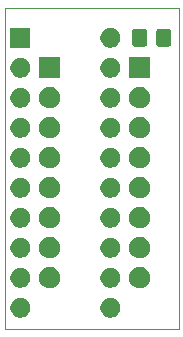
<source format=gbr>
G04 #@! TF.GenerationSoftware,KiCad,Pcbnew,(5.1.5)-3*
G04 #@! TF.CreationDate,2020-09-11T10:56:43+02:00*
G04 #@! TF.ProjectId,mmu_16v8,6d6d755f-3136-4763-982e-6b696361645f,rev?*
G04 #@! TF.SameCoordinates,Original*
G04 #@! TF.FileFunction,Soldermask,Top*
G04 #@! TF.FilePolarity,Negative*
%FSLAX46Y46*%
G04 Gerber Fmt 4.6, Leading zero omitted, Abs format (unit mm)*
G04 Created by KiCad (PCBNEW (5.1.5)-3) date 2020-09-11 10:56:43*
%MOMM*%
%LPD*%
G04 APERTURE LIST*
%ADD10C,0.050000*%
%ADD11C,0.100000*%
G04 APERTURE END LIST*
D10*
X140208000Y-69088000D02*
X140208000Y-41910000D01*
X154940000Y-69088000D02*
X140208000Y-69088000D01*
X154940000Y-41910000D02*
X154940000Y-69088000D01*
X140208000Y-41910000D02*
X154940000Y-41910000D01*
D11*
G36*
X149409728Y-66491703D02*
G01*
X149564600Y-66555853D01*
X149703981Y-66648985D01*
X149822515Y-66767519D01*
X149915647Y-66906900D01*
X149979797Y-67061772D01*
X150012500Y-67226184D01*
X150012500Y-67393816D01*
X149979797Y-67558228D01*
X149915647Y-67713100D01*
X149822515Y-67852481D01*
X149703981Y-67971015D01*
X149564600Y-68064147D01*
X149409728Y-68128297D01*
X149245316Y-68161000D01*
X149077684Y-68161000D01*
X148913272Y-68128297D01*
X148758400Y-68064147D01*
X148619019Y-67971015D01*
X148500485Y-67852481D01*
X148407353Y-67713100D01*
X148343203Y-67558228D01*
X148310500Y-67393816D01*
X148310500Y-67226184D01*
X148343203Y-67061772D01*
X148407353Y-66906900D01*
X148500485Y-66767519D01*
X148619019Y-66648985D01*
X148758400Y-66555853D01*
X148913272Y-66491703D01*
X149077684Y-66459000D01*
X149245316Y-66459000D01*
X149409728Y-66491703D01*
G37*
G36*
X141789728Y-66491703D02*
G01*
X141944600Y-66555853D01*
X142083981Y-66648985D01*
X142202515Y-66767519D01*
X142295647Y-66906900D01*
X142359797Y-67061772D01*
X142392500Y-67226184D01*
X142392500Y-67393816D01*
X142359797Y-67558228D01*
X142295647Y-67713100D01*
X142202515Y-67852481D01*
X142083981Y-67971015D01*
X141944600Y-68064147D01*
X141789728Y-68128297D01*
X141625316Y-68161000D01*
X141457684Y-68161000D01*
X141293272Y-68128297D01*
X141138400Y-68064147D01*
X140999019Y-67971015D01*
X140880485Y-67852481D01*
X140787353Y-67713100D01*
X140723203Y-67558228D01*
X140690500Y-67393816D01*
X140690500Y-67226184D01*
X140723203Y-67061772D01*
X140787353Y-66906900D01*
X140880485Y-66767519D01*
X140999019Y-66648985D01*
X141138400Y-66555853D01*
X141293272Y-66491703D01*
X141457684Y-66459000D01*
X141625316Y-66459000D01*
X141789728Y-66491703D01*
G37*
G36*
X144131512Y-63873927D02*
G01*
X144280812Y-63903624D01*
X144444784Y-63971544D01*
X144592354Y-64070147D01*
X144717853Y-64195646D01*
X144816456Y-64343216D01*
X144884376Y-64507188D01*
X144919000Y-64681259D01*
X144919000Y-64858741D01*
X144884376Y-65032812D01*
X144816456Y-65196784D01*
X144717853Y-65344354D01*
X144592354Y-65469853D01*
X144444784Y-65568456D01*
X144280812Y-65636376D01*
X144131512Y-65666073D01*
X144106742Y-65671000D01*
X143929258Y-65671000D01*
X143904488Y-65666073D01*
X143755188Y-65636376D01*
X143591216Y-65568456D01*
X143443646Y-65469853D01*
X143318147Y-65344354D01*
X143219544Y-65196784D01*
X143151624Y-65032812D01*
X143117000Y-64858741D01*
X143117000Y-64681259D01*
X143151624Y-64507188D01*
X143219544Y-64343216D01*
X143318147Y-64195646D01*
X143443646Y-64070147D01*
X143591216Y-63971544D01*
X143755188Y-63903624D01*
X143904488Y-63873927D01*
X143929258Y-63869000D01*
X144106742Y-63869000D01*
X144131512Y-63873927D01*
G37*
G36*
X151751512Y-63873927D02*
G01*
X151900812Y-63903624D01*
X152064784Y-63971544D01*
X152212354Y-64070147D01*
X152337853Y-64195646D01*
X152436456Y-64343216D01*
X152504376Y-64507188D01*
X152539000Y-64681259D01*
X152539000Y-64858741D01*
X152504376Y-65032812D01*
X152436456Y-65196784D01*
X152337853Y-65344354D01*
X152212354Y-65469853D01*
X152064784Y-65568456D01*
X151900812Y-65636376D01*
X151751512Y-65666073D01*
X151726742Y-65671000D01*
X151549258Y-65671000D01*
X151524488Y-65666073D01*
X151375188Y-65636376D01*
X151211216Y-65568456D01*
X151063646Y-65469853D01*
X150938147Y-65344354D01*
X150839544Y-65196784D01*
X150771624Y-65032812D01*
X150737000Y-64858741D01*
X150737000Y-64681259D01*
X150771624Y-64507188D01*
X150839544Y-64343216D01*
X150938147Y-64195646D01*
X151063646Y-64070147D01*
X151211216Y-63971544D01*
X151375188Y-63903624D01*
X151524488Y-63873927D01*
X151549258Y-63869000D01*
X151726742Y-63869000D01*
X151751512Y-63873927D01*
G37*
G36*
X141789728Y-63951703D02*
G01*
X141944600Y-64015853D01*
X142083981Y-64108985D01*
X142202515Y-64227519D01*
X142295647Y-64366900D01*
X142359797Y-64521772D01*
X142392500Y-64686184D01*
X142392500Y-64853816D01*
X142359797Y-65018228D01*
X142295647Y-65173100D01*
X142202515Y-65312481D01*
X142083981Y-65431015D01*
X141944600Y-65524147D01*
X141789728Y-65588297D01*
X141625316Y-65621000D01*
X141457684Y-65621000D01*
X141293272Y-65588297D01*
X141138400Y-65524147D01*
X140999019Y-65431015D01*
X140880485Y-65312481D01*
X140787353Y-65173100D01*
X140723203Y-65018228D01*
X140690500Y-64853816D01*
X140690500Y-64686184D01*
X140723203Y-64521772D01*
X140787353Y-64366900D01*
X140880485Y-64227519D01*
X140999019Y-64108985D01*
X141138400Y-64015853D01*
X141293272Y-63951703D01*
X141457684Y-63919000D01*
X141625316Y-63919000D01*
X141789728Y-63951703D01*
G37*
G36*
X149409728Y-63951703D02*
G01*
X149564600Y-64015853D01*
X149703981Y-64108985D01*
X149822515Y-64227519D01*
X149915647Y-64366900D01*
X149979797Y-64521772D01*
X150012500Y-64686184D01*
X150012500Y-64853816D01*
X149979797Y-65018228D01*
X149915647Y-65173100D01*
X149822515Y-65312481D01*
X149703981Y-65431015D01*
X149564600Y-65524147D01*
X149409728Y-65588297D01*
X149245316Y-65621000D01*
X149077684Y-65621000D01*
X148913272Y-65588297D01*
X148758400Y-65524147D01*
X148619019Y-65431015D01*
X148500485Y-65312481D01*
X148407353Y-65173100D01*
X148343203Y-65018228D01*
X148310500Y-64853816D01*
X148310500Y-64686184D01*
X148343203Y-64521772D01*
X148407353Y-64366900D01*
X148500485Y-64227519D01*
X148619019Y-64108985D01*
X148758400Y-64015853D01*
X148913272Y-63951703D01*
X149077684Y-63919000D01*
X149245316Y-63919000D01*
X149409728Y-63951703D01*
G37*
G36*
X144131512Y-61333927D02*
G01*
X144280812Y-61363624D01*
X144444784Y-61431544D01*
X144592354Y-61530147D01*
X144717853Y-61655646D01*
X144816456Y-61803216D01*
X144884376Y-61967188D01*
X144919000Y-62141259D01*
X144919000Y-62318741D01*
X144884376Y-62492812D01*
X144816456Y-62656784D01*
X144717853Y-62804354D01*
X144592354Y-62929853D01*
X144444784Y-63028456D01*
X144280812Y-63096376D01*
X144131512Y-63126073D01*
X144106742Y-63131000D01*
X143929258Y-63131000D01*
X143904488Y-63126073D01*
X143755188Y-63096376D01*
X143591216Y-63028456D01*
X143443646Y-62929853D01*
X143318147Y-62804354D01*
X143219544Y-62656784D01*
X143151624Y-62492812D01*
X143117000Y-62318741D01*
X143117000Y-62141259D01*
X143151624Y-61967188D01*
X143219544Y-61803216D01*
X143318147Y-61655646D01*
X143443646Y-61530147D01*
X143591216Y-61431544D01*
X143755188Y-61363624D01*
X143904488Y-61333927D01*
X143929258Y-61329000D01*
X144106742Y-61329000D01*
X144131512Y-61333927D01*
G37*
G36*
X151751512Y-61333927D02*
G01*
X151900812Y-61363624D01*
X152064784Y-61431544D01*
X152212354Y-61530147D01*
X152337853Y-61655646D01*
X152436456Y-61803216D01*
X152504376Y-61967188D01*
X152539000Y-62141259D01*
X152539000Y-62318741D01*
X152504376Y-62492812D01*
X152436456Y-62656784D01*
X152337853Y-62804354D01*
X152212354Y-62929853D01*
X152064784Y-63028456D01*
X151900812Y-63096376D01*
X151751512Y-63126073D01*
X151726742Y-63131000D01*
X151549258Y-63131000D01*
X151524488Y-63126073D01*
X151375188Y-63096376D01*
X151211216Y-63028456D01*
X151063646Y-62929853D01*
X150938147Y-62804354D01*
X150839544Y-62656784D01*
X150771624Y-62492812D01*
X150737000Y-62318741D01*
X150737000Y-62141259D01*
X150771624Y-61967188D01*
X150839544Y-61803216D01*
X150938147Y-61655646D01*
X151063646Y-61530147D01*
X151211216Y-61431544D01*
X151375188Y-61363624D01*
X151524488Y-61333927D01*
X151549258Y-61329000D01*
X151726742Y-61329000D01*
X151751512Y-61333927D01*
G37*
G36*
X149409728Y-61411703D02*
G01*
X149564600Y-61475853D01*
X149703981Y-61568985D01*
X149822515Y-61687519D01*
X149915647Y-61826900D01*
X149979797Y-61981772D01*
X150012500Y-62146184D01*
X150012500Y-62313816D01*
X149979797Y-62478228D01*
X149915647Y-62633100D01*
X149822515Y-62772481D01*
X149703981Y-62891015D01*
X149564600Y-62984147D01*
X149409728Y-63048297D01*
X149245316Y-63081000D01*
X149077684Y-63081000D01*
X148913272Y-63048297D01*
X148758400Y-62984147D01*
X148619019Y-62891015D01*
X148500485Y-62772481D01*
X148407353Y-62633100D01*
X148343203Y-62478228D01*
X148310500Y-62313816D01*
X148310500Y-62146184D01*
X148343203Y-61981772D01*
X148407353Y-61826900D01*
X148500485Y-61687519D01*
X148619019Y-61568985D01*
X148758400Y-61475853D01*
X148913272Y-61411703D01*
X149077684Y-61379000D01*
X149245316Y-61379000D01*
X149409728Y-61411703D01*
G37*
G36*
X141789728Y-61411703D02*
G01*
X141944600Y-61475853D01*
X142083981Y-61568985D01*
X142202515Y-61687519D01*
X142295647Y-61826900D01*
X142359797Y-61981772D01*
X142392500Y-62146184D01*
X142392500Y-62313816D01*
X142359797Y-62478228D01*
X142295647Y-62633100D01*
X142202515Y-62772481D01*
X142083981Y-62891015D01*
X141944600Y-62984147D01*
X141789728Y-63048297D01*
X141625316Y-63081000D01*
X141457684Y-63081000D01*
X141293272Y-63048297D01*
X141138400Y-62984147D01*
X140999019Y-62891015D01*
X140880485Y-62772481D01*
X140787353Y-62633100D01*
X140723203Y-62478228D01*
X140690500Y-62313816D01*
X140690500Y-62146184D01*
X140723203Y-61981772D01*
X140787353Y-61826900D01*
X140880485Y-61687519D01*
X140999019Y-61568985D01*
X141138400Y-61475853D01*
X141293272Y-61411703D01*
X141457684Y-61379000D01*
X141625316Y-61379000D01*
X141789728Y-61411703D01*
G37*
G36*
X144131512Y-58793927D02*
G01*
X144280812Y-58823624D01*
X144444784Y-58891544D01*
X144592354Y-58990147D01*
X144717853Y-59115646D01*
X144816456Y-59263216D01*
X144884376Y-59427188D01*
X144919000Y-59601259D01*
X144919000Y-59778741D01*
X144884376Y-59952812D01*
X144816456Y-60116784D01*
X144717853Y-60264354D01*
X144592354Y-60389853D01*
X144444784Y-60488456D01*
X144280812Y-60556376D01*
X144131512Y-60586073D01*
X144106742Y-60591000D01*
X143929258Y-60591000D01*
X143904488Y-60586073D01*
X143755188Y-60556376D01*
X143591216Y-60488456D01*
X143443646Y-60389853D01*
X143318147Y-60264354D01*
X143219544Y-60116784D01*
X143151624Y-59952812D01*
X143117000Y-59778741D01*
X143117000Y-59601259D01*
X143151624Y-59427188D01*
X143219544Y-59263216D01*
X143318147Y-59115646D01*
X143443646Y-58990147D01*
X143591216Y-58891544D01*
X143755188Y-58823624D01*
X143904488Y-58793927D01*
X143929258Y-58789000D01*
X144106742Y-58789000D01*
X144131512Y-58793927D01*
G37*
G36*
X151751512Y-58793927D02*
G01*
X151900812Y-58823624D01*
X152064784Y-58891544D01*
X152212354Y-58990147D01*
X152337853Y-59115646D01*
X152436456Y-59263216D01*
X152504376Y-59427188D01*
X152539000Y-59601259D01*
X152539000Y-59778741D01*
X152504376Y-59952812D01*
X152436456Y-60116784D01*
X152337853Y-60264354D01*
X152212354Y-60389853D01*
X152064784Y-60488456D01*
X151900812Y-60556376D01*
X151751512Y-60586073D01*
X151726742Y-60591000D01*
X151549258Y-60591000D01*
X151524488Y-60586073D01*
X151375188Y-60556376D01*
X151211216Y-60488456D01*
X151063646Y-60389853D01*
X150938147Y-60264354D01*
X150839544Y-60116784D01*
X150771624Y-59952812D01*
X150737000Y-59778741D01*
X150737000Y-59601259D01*
X150771624Y-59427188D01*
X150839544Y-59263216D01*
X150938147Y-59115646D01*
X151063646Y-58990147D01*
X151211216Y-58891544D01*
X151375188Y-58823624D01*
X151524488Y-58793927D01*
X151549258Y-58789000D01*
X151726742Y-58789000D01*
X151751512Y-58793927D01*
G37*
G36*
X149409728Y-58871703D02*
G01*
X149564600Y-58935853D01*
X149703981Y-59028985D01*
X149822515Y-59147519D01*
X149915647Y-59286900D01*
X149979797Y-59441772D01*
X150012500Y-59606184D01*
X150012500Y-59773816D01*
X149979797Y-59938228D01*
X149915647Y-60093100D01*
X149822515Y-60232481D01*
X149703981Y-60351015D01*
X149564600Y-60444147D01*
X149409728Y-60508297D01*
X149245316Y-60541000D01*
X149077684Y-60541000D01*
X148913272Y-60508297D01*
X148758400Y-60444147D01*
X148619019Y-60351015D01*
X148500485Y-60232481D01*
X148407353Y-60093100D01*
X148343203Y-59938228D01*
X148310500Y-59773816D01*
X148310500Y-59606184D01*
X148343203Y-59441772D01*
X148407353Y-59286900D01*
X148500485Y-59147519D01*
X148619019Y-59028985D01*
X148758400Y-58935853D01*
X148913272Y-58871703D01*
X149077684Y-58839000D01*
X149245316Y-58839000D01*
X149409728Y-58871703D01*
G37*
G36*
X141789728Y-58871703D02*
G01*
X141944600Y-58935853D01*
X142083981Y-59028985D01*
X142202515Y-59147519D01*
X142295647Y-59286900D01*
X142359797Y-59441772D01*
X142392500Y-59606184D01*
X142392500Y-59773816D01*
X142359797Y-59938228D01*
X142295647Y-60093100D01*
X142202515Y-60232481D01*
X142083981Y-60351015D01*
X141944600Y-60444147D01*
X141789728Y-60508297D01*
X141625316Y-60541000D01*
X141457684Y-60541000D01*
X141293272Y-60508297D01*
X141138400Y-60444147D01*
X140999019Y-60351015D01*
X140880485Y-60232481D01*
X140787353Y-60093100D01*
X140723203Y-59938228D01*
X140690500Y-59773816D01*
X140690500Y-59606184D01*
X140723203Y-59441772D01*
X140787353Y-59286900D01*
X140880485Y-59147519D01*
X140999019Y-59028985D01*
X141138400Y-58935853D01*
X141293272Y-58871703D01*
X141457684Y-58839000D01*
X141625316Y-58839000D01*
X141789728Y-58871703D01*
G37*
G36*
X144131512Y-56253927D02*
G01*
X144280812Y-56283624D01*
X144444784Y-56351544D01*
X144592354Y-56450147D01*
X144717853Y-56575646D01*
X144816456Y-56723216D01*
X144884376Y-56887188D01*
X144919000Y-57061259D01*
X144919000Y-57238741D01*
X144884376Y-57412812D01*
X144816456Y-57576784D01*
X144717853Y-57724354D01*
X144592354Y-57849853D01*
X144444784Y-57948456D01*
X144280812Y-58016376D01*
X144131512Y-58046073D01*
X144106742Y-58051000D01*
X143929258Y-58051000D01*
X143904488Y-58046073D01*
X143755188Y-58016376D01*
X143591216Y-57948456D01*
X143443646Y-57849853D01*
X143318147Y-57724354D01*
X143219544Y-57576784D01*
X143151624Y-57412812D01*
X143117000Y-57238741D01*
X143117000Y-57061259D01*
X143151624Y-56887188D01*
X143219544Y-56723216D01*
X143318147Y-56575646D01*
X143443646Y-56450147D01*
X143591216Y-56351544D01*
X143755188Y-56283624D01*
X143904488Y-56253927D01*
X143929258Y-56249000D01*
X144106742Y-56249000D01*
X144131512Y-56253927D01*
G37*
G36*
X151751512Y-56253927D02*
G01*
X151900812Y-56283624D01*
X152064784Y-56351544D01*
X152212354Y-56450147D01*
X152337853Y-56575646D01*
X152436456Y-56723216D01*
X152504376Y-56887188D01*
X152539000Y-57061259D01*
X152539000Y-57238741D01*
X152504376Y-57412812D01*
X152436456Y-57576784D01*
X152337853Y-57724354D01*
X152212354Y-57849853D01*
X152064784Y-57948456D01*
X151900812Y-58016376D01*
X151751512Y-58046073D01*
X151726742Y-58051000D01*
X151549258Y-58051000D01*
X151524488Y-58046073D01*
X151375188Y-58016376D01*
X151211216Y-57948456D01*
X151063646Y-57849853D01*
X150938147Y-57724354D01*
X150839544Y-57576784D01*
X150771624Y-57412812D01*
X150737000Y-57238741D01*
X150737000Y-57061259D01*
X150771624Y-56887188D01*
X150839544Y-56723216D01*
X150938147Y-56575646D01*
X151063646Y-56450147D01*
X151211216Y-56351544D01*
X151375188Y-56283624D01*
X151524488Y-56253927D01*
X151549258Y-56249000D01*
X151726742Y-56249000D01*
X151751512Y-56253927D01*
G37*
G36*
X149409728Y-56331703D02*
G01*
X149564600Y-56395853D01*
X149703981Y-56488985D01*
X149822515Y-56607519D01*
X149915647Y-56746900D01*
X149979797Y-56901772D01*
X150012500Y-57066184D01*
X150012500Y-57233816D01*
X149979797Y-57398228D01*
X149915647Y-57553100D01*
X149822515Y-57692481D01*
X149703981Y-57811015D01*
X149564600Y-57904147D01*
X149409728Y-57968297D01*
X149245316Y-58001000D01*
X149077684Y-58001000D01*
X148913272Y-57968297D01*
X148758400Y-57904147D01*
X148619019Y-57811015D01*
X148500485Y-57692481D01*
X148407353Y-57553100D01*
X148343203Y-57398228D01*
X148310500Y-57233816D01*
X148310500Y-57066184D01*
X148343203Y-56901772D01*
X148407353Y-56746900D01*
X148500485Y-56607519D01*
X148619019Y-56488985D01*
X148758400Y-56395853D01*
X148913272Y-56331703D01*
X149077684Y-56299000D01*
X149245316Y-56299000D01*
X149409728Y-56331703D01*
G37*
G36*
X141789728Y-56331703D02*
G01*
X141944600Y-56395853D01*
X142083981Y-56488985D01*
X142202515Y-56607519D01*
X142295647Y-56746900D01*
X142359797Y-56901772D01*
X142392500Y-57066184D01*
X142392500Y-57233816D01*
X142359797Y-57398228D01*
X142295647Y-57553100D01*
X142202515Y-57692481D01*
X142083981Y-57811015D01*
X141944600Y-57904147D01*
X141789728Y-57968297D01*
X141625316Y-58001000D01*
X141457684Y-58001000D01*
X141293272Y-57968297D01*
X141138400Y-57904147D01*
X140999019Y-57811015D01*
X140880485Y-57692481D01*
X140787353Y-57553100D01*
X140723203Y-57398228D01*
X140690500Y-57233816D01*
X140690500Y-57066184D01*
X140723203Y-56901772D01*
X140787353Y-56746900D01*
X140880485Y-56607519D01*
X140999019Y-56488985D01*
X141138400Y-56395853D01*
X141293272Y-56331703D01*
X141457684Y-56299000D01*
X141625316Y-56299000D01*
X141789728Y-56331703D01*
G37*
G36*
X151751512Y-53713927D02*
G01*
X151900812Y-53743624D01*
X152064784Y-53811544D01*
X152212354Y-53910147D01*
X152337853Y-54035646D01*
X152436456Y-54183216D01*
X152504376Y-54347188D01*
X152539000Y-54521259D01*
X152539000Y-54698741D01*
X152504376Y-54872812D01*
X152436456Y-55036784D01*
X152337853Y-55184354D01*
X152212354Y-55309853D01*
X152064784Y-55408456D01*
X151900812Y-55476376D01*
X151751512Y-55506073D01*
X151726742Y-55511000D01*
X151549258Y-55511000D01*
X151524488Y-55506073D01*
X151375188Y-55476376D01*
X151211216Y-55408456D01*
X151063646Y-55309853D01*
X150938147Y-55184354D01*
X150839544Y-55036784D01*
X150771624Y-54872812D01*
X150737000Y-54698741D01*
X150737000Y-54521259D01*
X150771624Y-54347188D01*
X150839544Y-54183216D01*
X150938147Y-54035646D01*
X151063646Y-53910147D01*
X151211216Y-53811544D01*
X151375188Y-53743624D01*
X151524488Y-53713927D01*
X151549258Y-53709000D01*
X151726742Y-53709000D01*
X151751512Y-53713927D01*
G37*
G36*
X144131512Y-53713927D02*
G01*
X144280812Y-53743624D01*
X144444784Y-53811544D01*
X144592354Y-53910147D01*
X144717853Y-54035646D01*
X144816456Y-54183216D01*
X144884376Y-54347188D01*
X144919000Y-54521259D01*
X144919000Y-54698741D01*
X144884376Y-54872812D01*
X144816456Y-55036784D01*
X144717853Y-55184354D01*
X144592354Y-55309853D01*
X144444784Y-55408456D01*
X144280812Y-55476376D01*
X144131512Y-55506073D01*
X144106742Y-55511000D01*
X143929258Y-55511000D01*
X143904488Y-55506073D01*
X143755188Y-55476376D01*
X143591216Y-55408456D01*
X143443646Y-55309853D01*
X143318147Y-55184354D01*
X143219544Y-55036784D01*
X143151624Y-54872812D01*
X143117000Y-54698741D01*
X143117000Y-54521259D01*
X143151624Y-54347188D01*
X143219544Y-54183216D01*
X143318147Y-54035646D01*
X143443646Y-53910147D01*
X143591216Y-53811544D01*
X143755188Y-53743624D01*
X143904488Y-53713927D01*
X143929258Y-53709000D01*
X144106742Y-53709000D01*
X144131512Y-53713927D01*
G37*
G36*
X141789728Y-53791703D02*
G01*
X141944600Y-53855853D01*
X142083981Y-53948985D01*
X142202515Y-54067519D01*
X142295647Y-54206900D01*
X142359797Y-54361772D01*
X142392500Y-54526184D01*
X142392500Y-54693816D01*
X142359797Y-54858228D01*
X142295647Y-55013100D01*
X142202515Y-55152481D01*
X142083981Y-55271015D01*
X141944600Y-55364147D01*
X141789728Y-55428297D01*
X141625316Y-55461000D01*
X141457684Y-55461000D01*
X141293272Y-55428297D01*
X141138400Y-55364147D01*
X140999019Y-55271015D01*
X140880485Y-55152481D01*
X140787353Y-55013100D01*
X140723203Y-54858228D01*
X140690500Y-54693816D01*
X140690500Y-54526184D01*
X140723203Y-54361772D01*
X140787353Y-54206900D01*
X140880485Y-54067519D01*
X140999019Y-53948985D01*
X141138400Y-53855853D01*
X141293272Y-53791703D01*
X141457684Y-53759000D01*
X141625316Y-53759000D01*
X141789728Y-53791703D01*
G37*
G36*
X149409728Y-53791703D02*
G01*
X149564600Y-53855853D01*
X149703981Y-53948985D01*
X149822515Y-54067519D01*
X149915647Y-54206900D01*
X149979797Y-54361772D01*
X150012500Y-54526184D01*
X150012500Y-54693816D01*
X149979797Y-54858228D01*
X149915647Y-55013100D01*
X149822515Y-55152481D01*
X149703981Y-55271015D01*
X149564600Y-55364147D01*
X149409728Y-55428297D01*
X149245316Y-55461000D01*
X149077684Y-55461000D01*
X148913272Y-55428297D01*
X148758400Y-55364147D01*
X148619019Y-55271015D01*
X148500485Y-55152481D01*
X148407353Y-55013100D01*
X148343203Y-54858228D01*
X148310500Y-54693816D01*
X148310500Y-54526184D01*
X148343203Y-54361772D01*
X148407353Y-54206900D01*
X148500485Y-54067519D01*
X148619019Y-53948985D01*
X148758400Y-53855853D01*
X148913272Y-53791703D01*
X149077684Y-53759000D01*
X149245316Y-53759000D01*
X149409728Y-53791703D01*
G37*
G36*
X144131512Y-51173927D02*
G01*
X144280812Y-51203624D01*
X144444784Y-51271544D01*
X144592354Y-51370147D01*
X144717853Y-51495646D01*
X144816456Y-51643216D01*
X144884376Y-51807188D01*
X144919000Y-51981259D01*
X144919000Y-52158741D01*
X144884376Y-52332812D01*
X144816456Y-52496784D01*
X144717853Y-52644354D01*
X144592354Y-52769853D01*
X144444784Y-52868456D01*
X144280812Y-52936376D01*
X144131512Y-52966073D01*
X144106742Y-52971000D01*
X143929258Y-52971000D01*
X143904488Y-52966073D01*
X143755188Y-52936376D01*
X143591216Y-52868456D01*
X143443646Y-52769853D01*
X143318147Y-52644354D01*
X143219544Y-52496784D01*
X143151624Y-52332812D01*
X143117000Y-52158741D01*
X143117000Y-51981259D01*
X143151624Y-51807188D01*
X143219544Y-51643216D01*
X143318147Y-51495646D01*
X143443646Y-51370147D01*
X143591216Y-51271544D01*
X143755188Y-51203624D01*
X143904488Y-51173927D01*
X143929258Y-51169000D01*
X144106742Y-51169000D01*
X144131512Y-51173927D01*
G37*
G36*
X151751512Y-51173927D02*
G01*
X151900812Y-51203624D01*
X152064784Y-51271544D01*
X152212354Y-51370147D01*
X152337853Y-51495646D01*
X152436456Y-51643216D01*
X152504376Y-51807188D01*
X152539000Y-51981259D01*
X152539000Y-52158741D01*
X152504376Y-52332812D01*
X152436456Y-52496784D01*
X152337853Y-52644354D01*
X152212354Y-52769853D01*
X152064784Y-52868456D01*
X151900812Y-52936376D01*
X151751512Y-52966073D01*
X151726742Y-52971000D01*
X151549258Y-52971000D01*
X151524488Y-52966073D01*
X151375188Y-52936376D01*
X151211216Y-52868456D01*
X151063646Y-52769853D01*
X150938147Y-52644354D01*
X150839544Y-52496784D01*
X150771624Y-52332812D01*
X150737000Y-52158741D01*
X150737000Y-51981259D01*
X150771624Y-51807188D01*
X150839544Y-51643216D01*
X150938147Y-51495646D01*
X151063646Y-51370147D01*
X151211216Y-51271544D01*
X151375188Y-51203624D01*
X151524488Y-51173927D01*
X151549258Y-51169000D01*
X151726742Y-51169000D01*
X151751512Y-51173927D01*
G37*
G36*
X149409728Y-51251703D02*
G01*
X149564600Y-51315853D01*
X149703981Y-51408985D01*
X149822515Y-51527519D01*
X149915647Y-51666900D01*
X149979797Y-51821772D01*
X150012500Y-51986184D01*
X150012500Y-52153816D01*
X149979797Y-52318228D01*
X149915647Y-52473100D01*
X149822515Y-52612481D01*
X149703981Y-52731015D01*
X149564600Y-52824147D01*
X149409728Y-52888297D01*
X149245316Y-52921000D01*
X149077684Y-52921000D01*
X148913272Y-52888297D01*
X148758400Y-52824147D01*
X148619019Y-52731015D01*
X148500485Y-52612481D01*
X148407353Y-52473100D01*
X148343203Y-52318228D01*
X148310500Y-52153816D01*
X148310500Y-51986184D01*
X148343203Y-51821772D01*
X148407353Y-51666900D01*
X148500485Y-51527519D01*
X148619019Y-51408985D01*
X148758400Y-51315853D01*
X148913272Y-51251703D01*
X149077684Y-51219000D01*
X149245316Y-51219000D01*
X149409728Y-51251703D01*
G37*
G36*
X141789728Y-51251703D02*
G01*
X141944600Y-51315853D01*
X142083981Y-51408985D01*
X142202515Y-51527519D01*
X142295647Y-51666900D01*
X142359797Y-51821772D01*
X142392500Y-51986184D01*
X142392500Y-52153816D01*
X142359797Y-52318228D01*
X142295647Y-52473100D01*
X142202515Y-52612481D01*
X142083981Y-52731015D01*
X141944600Y-52824147D01*
X141789728Y-52888297D01*
X141625316Y-52921000D01*
X141457684Y-52921000D01*
X141293272Y-52888297D01*
X141138400Y-52824147D01*
X140999019Y-52731015D01*
X140880485Y-52612481D01*
X140787353Y-52473100D01*
X140723203Y-52318228D01*
X140690500Y-52153816D01*
X140690500Y-51986184D01*
X140723203Y-51821772D01*
X140787353Y-51666900D01*
X140880485Y-51527519D01*
X140999019Y-51408985D01*
X141138400Y-51315853D01*
X141293272Y-51251703D01*
X141457684Y-51219000D01*
X141625316Y-51219000D01*
X141789728Y-51251703D01*
G37*
G36*
X151751512Y-48633927D02*
G01*
X151900812Y-48663624D01*
X152064784Y-48731544D01*
X152212354Y-48830147D01*
X152337853Y-48955646D01*
X152436456Y-49103216D01*
X152504376Y-49267188D01*
X152539000Y-49441259D01*
X152539000Y-49618741D01*
X152504376Y-49792812D01*
X152436456Y-49956784D01*
X152337853Y-50104354D01*
X152212354Y-50229853D01*
X152064784Y-50328456D01*
X151900812Y-50396376D01*
X151751512Y-50426073D01*
X151726742Y-50431000D01*
X151549258Y-50431000D01*
X151524488Y-50426073D01*
X151375188Y-50396376D01*
X151211216Y-50328456D01*
X151063646Y-50229853D01*
X150938147Y-50104354D01*
X150839544Y-49956784D01*
X150771624Y-49792812D01*
X150737000Y-49618741D01*
X150737000Y-49441259D01*
X150771624Y-49267188D01*
X150839544Y-49103216D01*
X150938147Y-48955646D01*
X151063646Y-48830147D01*
X151211216Y-48731544D01*
X151375188Y-48663624D01*
X151524488Y-48633927D01*
X151549258Y-48629000D01*
X151726742Y-48629000D01*
X151751512Y-48633927D01*
G37*
G36*
X144131512Y-48633927D02*
G01*
X144280812Y-48663624D01*
X144444784Y-48731544D01*
X144592354Y-48830147D01*
X144717853Y-48955646D01*
X144816456Y-49103216D01*
X144884376Y-49267188D01*
X144919000Y-49441259D01*
X144919000Y-49618741D01*
X144884376Y-49792812D01*
X144816456Y-49956784D01*
X144717853Y-50104354D01*
X144592354Y-50229853D01*
X144444784Y-50328456D01*
X144280812Y-50396376D01*
X144131512Y-50426073D01*
X144106742Y-50431000D01*
X143929258Y-50431000D01*
X143904488Y-50426073D01*
X143755188Y-50396376D01*
X143591216Y-50328456D01*
X143443646Y-50229853D01*
X143318147Y-50104354D01*
X143219544Y-49956784D01*
X143151624Y-49792812D01*
X143117000Y-49618741D01*
X143117000Y-49441259D01*
X143151624Y-49267188D01*
X143219544Y-49103216D01*
X143318147Y-48955646D01*
X143443646Y-48830147D01*
X143591216Y-48731544D01*
X143755188Y-48663624D01*
X143904488Y-48633927D01*
X143929258Y-48629000D01*
X144106742Y-48629000D01*
X144131512Y-48633927D01*
G37*
G36*
X141789728Y-48711703D02*
G01*
X141944600Y-48775853D01*
X142083981Y-48868985D01*
X142202515Y-48987519D01*
X142295647Y-49126900D01*
X142359797Y-49281772D01*
X142392500Y-49446184D01*
X142392500Y-49613816D01*
X142359797Y-49778228D01*
X142295647Y-49933100D01*
X142202515Y-50072481D01*
X142083981Y-50191015D01*
X141944600Y-50284147D01*
X141789728Y-50348297D01*
X141625316Y-50381000D01*
X141457684Y-50381000D01*
X141293272Y-50348297D01*
X141138400Y-50284147D01*
X140999019Y-50191015D01*
X140880485Y-50072481D01*
X140787353Y-49933100D01*
X140723203Y-49778228D01*
X140690500Y-49613816D01*
X140690500Y-49446184D01*
X140723203Y-49281772D01*
X140787353Y-49126900D01*
X140880485Y-48987519D01*
X140999019Y-48868985D01*
X141138400Y-48775853D01*
X141293272Y-48711703D01*
X141457684Y-48679000D01*
X141625316Y-48679000D01*
X141789728Y-48711703D01*
G37*
G36*
X149409728Y-48711703D02*
G01*
X149564600Y-48775853D01*
X149703981Y-48868985D01*
X149822515Y-48987519D01*
X149915647Y-49126900D01*
X149979797Y-49281772D01*
X150012500Y-49446184D01*
X150012500Y-49613816D01*
X149979797Y-49778228D01*
X149915647Y-49933100D01*
X149822515Y-50072481D01*
X149703981Y-50191015D01*
X149564600Y-50284147D01*
X149409728Y-50348297D01*
X149245316Y-50381000D01*
X149077684Y-50381000D01*
X148913272Y-50348297D01*
X148758400Y-50284147D01*
X148619019Y-50191015D01*
X148500485Y-50072481D01*
X148407353Y-49933100D01*
X148343203Y-49778228D01*
X148310500Y-49613816D01*
X148310500Y-49446184D01*
X148343203Y-49281772D01*
X148407353Y-49126900D01*
X148500485Y-48987519D01*
X148619019Y-48868985D01*
X148758400Y-48775853D01*
X148913272Y-48711703D01*
X149077684Y-48679000D01*
X149245316Y-48679000D01*
X149409728Y-48711703D01*
G37*
G36*
X144919000Y-47891000D02*
G01*
X143117000Y-47891000D01*
X143117000Y-46089000D01*
X144919000Y-46089000D01*
X144919000Y-47891000D01*
G37*
G36*
X152539000Y-47891000D02*
G01*
X150737000Y-47891000D01*
X150737000Y-46089000D01*
X152539000Y-46089000D01*
X152539000Y-47891000D01*
G37*
G36*
X149409728Y-46171703D02*
G01*
X149564600Y-46235853D01*
X149703981Y-46328985D01*
X149822515Y-46447519D01*
X149915647Y-46586900D01*
X149979797Y-46741772D01*
X150012500Y-46906184D01*
X150012500Y-47073816D01*
X149979797Y-47238228D01*
X149915647Y-47393100D01*
X149822515Y-47532481D01*
X149703981Y-47651015D01*
X149564600Y-47744147D01*
X149409728Y-47808297D01*
X149245316Y-47841000D01*
X149077684Y-47841000D01*
X148913272Y-47808297D01*
X148758400Y-47744147D01*
X148619019Y-47651015D01*
X148500485Y-47532481D01*
X148407353Y-47393100D01*
X148343203Y-47238228D01*
X148310500Y-47073816D01*
X148310500Y-46906184D01*
X148343203Y-46741772D01*
X148407353Y-46586900D01*
X148500485Y-46447519D01*
X148619019Y-46328985D01*
X148758400Y-46235853D01*
X148913272Y-46171703D01*
X149077684Y-46139000D01*
X149245316Y-46139000D01*
X149409728Y-46171703D01*
G37*
G36*
X141789728Y-46171703D02*
G01*
X141944600Y-46235853D01*
X142083981Y-46328985D01*
X142202515Y-46447519D01*
X142295647Y-46586900D01*
X142359797Y-46741772D01*
X142392500Y-46906184D01*
X142392500Y-47073816D01*
X142359797Y-47238228D01*
X142295647Y-47393100D01*
X142202515Y-47532481D01*
X142083981Y-47651015D01*
X141944600Y-47744147D01*
X141789728Y-47808297D01*
X141625316Y-47841000D01*
X141457684Y-47841000D01*
X141293272Y-47808297D01*
X141138400Y-47744147D01*
X140999019Y-47651015D01*
X140880485Y-47532481D01*
X140787353Y-47393100D01*
X140723203Y-47238228D01*
X140690500Y-47073816D01*
X140690500Y-46906184D01*
X140723203Y-46741772D01*
X140787353Y-46586900D01*
X140880485Y-46447519D01*
X140999019Y-46328985D01*
X141138400Y-46235853D01*
X141293272Y-46171703D01*
X141457684Y-46139000D01*
X141625316Y-46139000D01*
X141789728Y-46171703D01*
G37*
G36*
X149409728Y-43631703D02*
G01*
X149564600Y-43695853D01*
X149703981Y-43788985D01*
X149822515Y-43907519D01*
X149915647Y-44046900D01*
X149979797Y-44201772D01*
X150012500Y-44366184D01*
X150012500Y-44533816D01*
X149979797Y-44698228D01*
X149915647Y-44853100D01*
X149822515Y-44992481D01*
X149703981Y-45111015D01*
X149564600Y-45204147D01*
X149409728Y-45268297D01*
X149245316Y-45301000D01*
X149077684Y-45301000D01*
X148913272Y-45268297D01*
X148758400Y-45204147D01*
X148619019Y-45111015D01*
X148500485Y-44992481D01*
X148407353Y-44853100D01*
X148343203Y-44698228D01*
X148310500Y-44533816D01*
X148310500Y-44366184D01*
X148343203Y-44201772D01*
X148407353Y-44046900D01*
X148500485Y-43907519D01*
X148619019Y-43788985D01*
X148758400Y-43695853D01*
X148913272Y-43631703D01*
X149077684Y-43599000D01*
X149245316Y-43599000D01*
X149409728Y-43631703D01*
G37*
G36*
X142392500Y-45301000D02*
G01*
X140690500Y-45301000D01*
X140690500Y-43599000D01*
X142392500Y-43599000D01*
X142392500Y-45301000D01*
G37*
G36*
X152092674Y-43703465D02*
G01*
X152130367Y-43714899D01*
X152165103Y-43733466D01*
X152195548Y-43758452D01*
X152220534Y-43788897D01*
X152239101Y-43823633D01*
X152250535Y-43861326D01*
X152255000Y-43906661D01*
X152255000Y-44993339D01*
X152250535Y-45038674D01*
X152239101Y-45076367D01*
X152220534Y-45111103D01*
X152195548Y-45141548D01*
X152165103Y-45166534D01*
X152130367Y-45185101D01*
X152092674Y-45196535D01*
X152047339Y-45201000D01*
X151210661Y-45201000D01*
X151165326Y-45196535D01*
X151127633Y-45185101D01*
X151092897Y-45166534D01*
X151062452Y-45141548D01*
X151037466Y-45111103D01*
X151018899Y-45076367D01*
X151007465Y-45038674D01*
X151003000Y-44993339D01*
X151003000Y-43906661D01*
X151007465Y-43861326D01*
X151018899Y-43823633D01*
X151037466Y-43788897D01*
X151062452Y-43758452D01*
X151092897Y-43733466D01*
X151127633Y-43714899D01*
X151165326Y-43703465D01*
X151210661Y-43699000D01*
X152047339Y-43699000D01*
X152092674Y-43703465D01*
G37*
G36*
X154142674Y-43703465D02*
G01*
X154180367Y-43714899D01*
X154215103Y-43733466D01*
X154245548Y-43758452D01*
X154270534Y-43788897D01*
X154289101Y-43823633D01*
X154300535Y-43861326D01*
X154305000Y-43906661D01*
X154305000Y-44993339D01*
X154300535Y-45038674D01*
X154289101Y-45076367D01*
X154270534Y-45111103D01*
X154245548Y-45141548D01*
X154215103Y-45166534D01*
X154180367Y-45185101D01*
X154142674Y-45196535D01*
X154097339Y-45201000D01*
X153260661Y-45201000D01*
X153215326Y-45196535D01*
X153177633Y-45185101D01*
X153142897Y-45166534D01*
X153112452Y-45141548D01*
X153087466Y-45111103D01*
X153068899Y-45076367D01*
X153057465Y-45038674D01*
X153053000Y-44993339D01*
X153053000Y-43906661D01*
X153057465Y-43861326D01*
X153068899Y-43823633D01*
X153087466Y-43788897D01*
X153112452Y-43758452D01*
X153142897Y-43733466D01*
X153177633Y-43714899D01*
X153215326Y-43703465D01*
X153260661Y-43699000D01*
X154097339Y-43699000D01*
X154142674Y-43703465D01*
G37*
M02*

</source>
